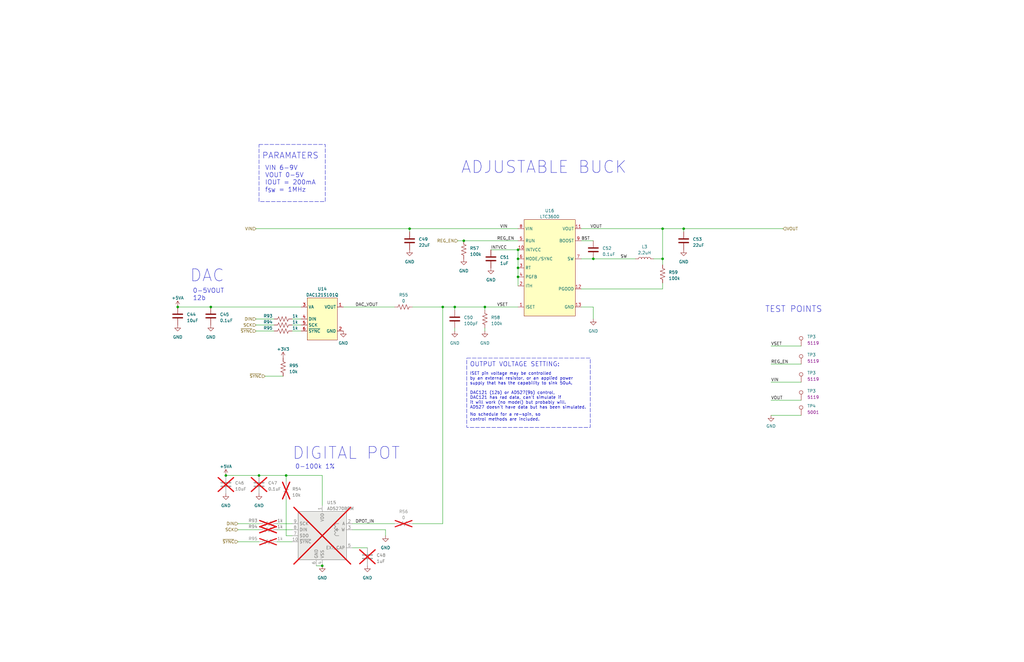
<source format=kicad_sch>
(kicad_sch (version 20230121) (generator eeschema)
  (paper "B")
  (lib_symbols
    (symbol "Connector:TestPoint" (pin_numbers hide) (pin_names (offset 0.762) hide)
      (property "Reference" "TP" (at 0 6.858 0))
      (property "Value" "TestPoint" (at 0 5.08 0))
      (symbol "TestPoint_0_1"
        (circle (center 0 3.302) (radius 0.762))
      )
      (symbol "TestPoint_1_1"
        (pin passive line (at 0 0 90) (length 2.54) (name "1") (number "1"))
      )
    )
    (symbol "Device:C" (pin_numbers hide) (pin_names (offset 0.254))
      (property "Reference" "C" (at 0.635 2.54 0))
      (property "Value" "C" (at 0.635 -2.54 0))
      (symbol "C_0_1"
        (polyline (pts (xy -2.032 -0.762) (xy 2.032 -0.762)) (stroke (width 0.508)))
        (polyline (pts (xy -2.032 0.762) (xy 2.032 0.762)) (stroke (width 0.508)))
      )
      (symbol "C_1_1"
        (pin passive line (at 0 3.81 270) (length 2.794) (name "~") (number "1"))
        (pin passive line (at 0 -3.81 90) (length 2.794) (name "~") (number "2"))
      )
    )
    (symbol "Device:L" (pin_numbers hide) (pin_names (offset 1.016) hide)
      (property "Reference" "L" (at -1.27 0 90))
      (property "Value" "L" (at 1.905 0 90))
      (symbol "L_0_1"
        (arc (start 0 -2.54) (mid 0.6323 -1.905) (end 0 -1.27))
        (arc (start 0 -1.27) (mid 0.6323 -0.635) (end 0 0))
        (arc (start 0 0) (mid 0.6323 0.635) (end 0 1.27))
        (arc (start 0 1.27) (mid 0.6323 1.905) (end 0 2.54))
      )
      (symbol "L_1_1"
        (pin passive line (at 0 3.81 270) (length 1.27) (name "1") (number "1"))
        (pin passive line (at 0 -3.81 90) (length 1.27) (name "2") (number "2"))
      )
    )
    (symbol "Device:R_US" (pin_numbers hide) (pin_names (offset 0))
      (property "Reference" "R" (at 2.54 0 90))
      (property "Value" "R_US" (at -2.54 0 90))
      (symbol "R_US_0_1"
        (polyline (pts (xy 0 -2.286) (xy 0 -2.54)))
        (polyline (pts (xy 0 2.286) (xy 0 2.54)))
        (polyline (pts (xy 0 -0.762) (xy 1.016 -1.143) (xy 0 -1.524) (xy -1.016 -1.905) (xy 0 -2.286)))
        (polyline (pts (xy 0 0.762) (xy 1.016 0.381) (xy 0 0) (xy -1.016 -0.381) (xy 0 -0.762)))
        (polyline (pts (xy 0 2.286) (xy 1.016 1.905) (xy 0 1.524) (xy -1.016 1.143) (xy 0 0.762)))
      )
      (symbol "R_US_1_1"
        (pin passive line (at 0 3.81 270) (length 1.27) (name "~") (number "1"))
        (pin passive line (at 0 -3.81 90) (length 1.27) (name "~") (number "2"))
      )
    )
    (symbol "SierraLobo:+3V3D" (power) (pin_names (offset 0))
      (property "Value" "+3V3D" (at 0 3.556 0))
      (symbol "+3V3D_0_1"
        (polyline (pts (xy -0.762 1.27) (xy 0 2.54)))
        (polyline (pts (xy 0 0) (xy 0 2.54)))
        (polyline (pts (xy 0 2.54) (xy 0.762 1.27)))
      )
      (symbol "+3V3D_1_1"
        (pin power_in line (at 0 0 90) (length 0) hide (name "+3V3") (number "1"))
      )
    )
    (symbol "SierraLobo:AD5270BRM"
      (property "Reference" "U" (at -10.16 11.43 0))
      (property "Value" "AD5270BRM" (at 2.54 11.43 0))
      (symbol "AD5270BRM_0_1"
        (rectangle (start -10.16 10.16) (end 10.16 -10.16) (stroke (width 0.254)) (fill (type background)))
        (polyline (pts (xy 6.985 2.54) (xy 6.35 2.54) (xy 5.715 2.54) (xy 6.35 3.175) (xy 6.35 1.905) (xy 5.715 2.54)) (stroke (width 0.254)) (fill (type outline)))
        (polyline (pts (xy 6.985 5.08) (xy 5.715 5.08) (xy 5.08 4.445) (xy 5.715 3.81) (xy 5.08 3.175) (xy 5.715 2.54) (xy 5.08 1.905) (xy 5.715 1.27) (xy 5.08 0.635) (xy 5.715 0) (xy 6.985 0)) (stroke (width 0.254)))
      )
      (symbol "AD5270BRM_1_1"
        (pin power_in line (at 0 12.7 270) (length 2.54) (name "VDD") (number "1"))
        (pin passive line (at -12.7 -2.54 0) (length 2.54) (name "~{SYNC}") (number "10"))
        (pin passive line (at 12.7 5.08 180) (length 2.54) (name "A") (number "2"))
        (pin passive line (at 12.7 2.54 180) (length 2.54) (name "W") (number "3"))
        (pin power_in line (at 0 -12.7 90) (length 2.54) (name "VSS") (number "4"))
        (pin passive line (at 12.7 -5.08 180) (length 2.54) (name "EXT_CAP") (number "5"))
        (pin power_in line (at -2.54 -12.7 90) (length 2.54) (name "GND") (number "6"))
        (pin input line (at -12.7 0 0) (length 2.54) (name "SDO") (number "7"))
        (pin bidirectional line (at -12.7 2.54 0) (length 2.54) (name "DIN") (number "8"))
        (pin input line (at -12.7 5.08 0) (length 2.54) (name "SCK") (number "9"))
      )
    )
    (symbol "SierraLobo:DAC121S101Q"
      (property "Reference" "U" (at 0 3.81 0))
      (property "Value" "DAC121S101Q" (at 0 1.27 0))
      (symbol "DAC121S101Q_0_0"
        (pin output line (at 8.89 -3.81 180) (length 2.54) (name "VOUT") (number "1"))
        (pin output line (at 8.89 -13.97 180) (length 2.54) (name "GND") (number "2"))
        (pin output line (at -8.89 -3.81 0) (length 2.54) (name "VA") (number "3"))
        (pin output line (at -8.89 -8.89 0) (length 2.54) (name "DIN") (number "4"))
        (pin output line (at -8.89 -11.43 0) (length 2.54) (name "SCK") (number "5"))
        (pin output line (at -8.89 -13.97 0) (length 2.54) (name "~{SYNC}") (number "6"))
      )
      (symbol "DAC121S101Q_0_1"
        (rectangle (start 6.35 -17.78) (end 6.35 -17.78))
      )
      (symbol "DAC121S101Q_1_1"
        (rectangle (start -6.35 0) (end 6.35 -17.78) (fill (type background)))
      )
    )
    (symbol "SierraLobo:LTC3600EMSE"
      (property "Reference" "U" (at 0 6.35 0))
      (property "Value" "LTC3600" (at 0 5.08 0))
      (property "Description" "IC REG BUCK PROG 1.5A 12MSOP" (at 0 5.08 0))
      (symbol "LTC3600EMSE_0_0"
        (pin unspecified line (at -13.97 -36.83 0) (length 2.54) (name "ISET") (number "1"))
        (pin unspecified line (at -13.97 -12.7 0) (length 2.54) (name "INTVCC") (number "10"))
        (pin unspecified line (at 12.7 -3.81 180) (length 2.54) (name "VOUT") (number "11"))
        (pin unspecified line (at 12.7 -29.21 180) (length 2.54) (name "PGOOD") (number "12"))
        (pin unspecified line (at 12.7 -36.83 180) (length 2.54) (name "GND") (number "13"))
        (pin unspecified line (at -13.97 -27.94 0) (length 2.54) (name "ITH") (number "2"))
        (pin unspecified line (at -13.97 -20.32 0) (length 2.54) (name "RT") (number "3"))
        (pin unspecified line (at -13.97 -24.13 0) (length 2.54) (name "PGFB") (number "4"))
        (pin unspecified line (at -13.97 -8.89 0) (length 2.54) (name "RUN") (number "5"))
        (pin unspecified line (at -13.97 -16.51 0) (length 2.54) (name "MODE/SYNC") (number "6"))
        (pin unspecified line (at 12.7 -16.51 180) (length 2.54) (name "SW") (number "7"))
        (pin unspecified line (at -13.97 -3.81 0) (length 2.54) (name "VIN") (number "8"))
        (pin unspecified line (at 12.7 -8.89 180) (length 2.54) (name "BOOST") (number "9"))
      )
      (symbol "LTC3600EMSE_1_1"
        (rectangle (start -11.43 0) (end 10.16 -40.64) (fill (type background)))
      )
    )
    (symbol "power:+5VA" (power) (pin_names (offset 0))
      (property "Value" "+5VA" (at 0 3.556 0))
      (symbol "+5VA_0_1"
        (polyline (pts (xy -0.762 1.27) (xy 0 2.54)))
        (polyline (pts (xy 0 0) (xy 0 2.54)))
        (polyline (pts (xy 0 2.54) (xy 0.762 1.27)))
      )
      (symbol "+5VA_1_1"
        (pin power_in line (at 0 0 90) (length 0) hide (name "+5VA") (number "1"))
      )
    )
    (symbol "power:GND" (power) (pin_names (offset 0))
      (property "Value" "GND" (at 0 -3.81 0))
      (symbol "GND_0_1"
        (polyline (pts (xy 0 0) (xy 0 -1.27) (xy 1.27 -1.27) (xy 0 -2.54) (xy -1.27 -1.27) (xy 0 -1.27)))
      )
      (symbol "GND_1_1"
        (pin power_in line (at 0 0 270) (length 0) hide (name "GND") (number "1"))
      )
    )
  )
  (junction (at 186.69 129.54))
  (junction (at 195.58 101.6))
  (junction (at 250.19 109.22))
  (junction (at 135.89 238.76))
  (junction (at 95.25 200.66))
  (junction (at 109.22 200.66))
  (junction (at 88.9 129.54))
  (junction (at 218.44 113.03))
  (junction (at 279.4 109.22))
  (junction (at 191.77 129.54))
  (junction (at 218.44 105.41))
  (junction (at 204.47 129.54))
  (junction (at 218.44 116.84))
  (junction (at 120.65 200.66))
  (junction (at 288.29 96.52))
  (junction (at 172.72 96.52))
  (junction (at 218.44 109.22))
  (junction (at 279.4 96.52))
  (junction (at 74.93 129.54))
  (wire (pts (xy 88.9 129.54) (xy 127 129.54)))
  (wire (pts (xy 275.59 109.22) (xy 279.4 109.22)))
  (wire (pts (xy 207.01 105.41) (xy 218.44 105.41)))
  (wire (pts (xy 107.95 134.62) (xy 115.57 134.62)))
  (wire (pts (xy 116.84 220.98) (xy 123.19 220.98)))
  (wire (pts (xy 148.59 231.14) (xy 154.94 231.14)))
  (wire (pts (xy 120.65 210.82) (xy 120.65 226.06)))
  (wire (pts (xy 116.84 223.52) (xy 123.19 223.52)))
  (wire (pts (xy 279.4 109.22) (xy 279.4 111.76)))
  (wire (pts (xy 95.25 200.66) (xy 109.22 200.66)))
  (wire (pts (xy 172.72 96.52) (xy 218.44 96.52)))
  (wire (pts (xy 116.84 228.6) (xy 123.19 228.6)))
  (wire (pts (xy 123.19 137.16) (xy 127 137.16)))
  (wire (pts (xy 100.33 228.6) (xy 109.22 228.6)))
  (wire (pts (xy 218.44 109.22) (xy 218.44 105.41)))
  (wire (pts (xy 107.95 139.7) (xy 115.57 139.7)))
  (wire (pts (xy 250.19 109.22) (xy 245.11 109.22)))
  (wire (pts (xy 195.58 101.6) (xy 218.44 101.6)))
  (wire (pts (xy 123.19 134.62) (xy 127 134.62)))
  (wire (pts (xy 111.76 158.75) (xy 119.38 158.75)))
  (wire (pts (xy 245.11 129.54) (xy 250.19 129.54)))
  (wire (pts (xy 191.77 129.54) (xy 191.77 130.81)))
  (wire (pts (xy 325.12 146.05) (xy 337.82 146.05)))
  (wire (pts (xy 218.44 113.03) (xy 218.44 109.22)))
  (wire (pts (xy 148.59 220.98) (xy 166.37 220.98)))
  (wire (pts (xy 186.69 129.54) (xy 186.69 220.98)))
  (wire (pts (xy 148.59 223.52) (xy 162.56 223.52)))
  (wire (pts (xy 325.12 175.26) (xy 337.82 175.26)))
  (wire (pts (xy 250.19 109.22) (xy 267.97 109.22)))
  (wire (pts (xy 107.95 137.16) (xy 115.57 137.16)))
  (wire (pts (xy 218.44 116.84) (xy 218.44 113.03)))
  (wire (pts (xy 173.99 129.54) (xy 186.69 129.54)))
  (wire (pts (xy 218.44 129.54) (xy 204.47 129.54)))
  (wire (pts (xy 288.29 96.52) (xy 330.2 96.52)))
  (wire (pts (xy 245.11 101.6) (xy 250.19 101.6)))
  (wire (pts (xy 279.4 109.22) (xy 279.4 96.52)))
  (wire (pts (xy 325.12 153.67) (xy 337.82 153.67)))
  (wire (pts (xy 172.72 96.52) (xy 172.72 97.79)))
  (wire (pts (xy 279.4 119.38) (xy 279.4 121.92)))
  (wire (pts (xy 204.47 138.43) (xy 204.47 139.7)))
  (wire (pts (xy 191.77 138.43) (xy 191.77 139.7)))
  (wire (pts (xy 325.12 168.91) (xy 337.82 168.91)))
  (wire (pts (xy 173.99 220.98) (xy 186.69 220.98)))
  (wire (pts (xy 100.33 223.52) (xy 109.22 223.52)))
  (wire (pts (xy 186.69 129.54) (xy 191.77 129.54)))
  (wire (pts (xy 120.65 200.66) (xy 135.89 200.66)))
  (wire (pts (xy 279.4 96.52) (xy 288.29 96.52)))
  (wire (pts (xy 191.77 129.54) (xy 204.47 129.54)))
  (wire (pts (xy 279.4 121.92) (xy 245.11 121.92)))
  (wire (pts (xy 123.19 139.7) (xy 127 139.7)))
  (wire (pts (xy 204.47 129.54) (xy 204.47 130.81)))
  (wire (pts (xy 288.29 96.52) (xy 288.29 97.79)))
  (wire (pts (xy 144.78 129.54) (xy 166.37 129.54)))
  (wire (pts (xy 135.89 213.36) (xy 135.89 200.66)))
  (wire (pts (xy 120.65 226.06) (xy 123.19 226.06)))
  (wire (pts (xy 107.95 96.52) (xy 172.72 96.52)))
  (wire (pts (xy 245.11 96.52) (xy 279.4 96.52)))
  (wire (pts (xy 162.56 223.52) (xy 162.56 226.06)))
  (wire (pts (xy 100.33 220.98) (xy 109.22 220.98)))
  (wire (pts (xy 120.65 200.66) (xy 120.65 203.2)))
  (wire (pts (xy 133.35 238.76) (xy 135.89 238.76)))
  (wire (pts (xy 325.12 161.29) (xy 337.82 161.29)))
  (wire (pts (xy 218.44 120.65) (xy 218.44 116.84)))
  (wire (pts (xy 109.22 200.66) (xy 120.65 200.66)))
  (wire (pts (xy 74.93 129.54) (xy 88.9 129.54)))
  (wire (pts (xy 250.19 129.54) (xy 250.19 134.62)))
  (wire (pts (xy 193.04 101.6) (xy 195.58 101.6)))
  (rectangle (start 196.85 151.13) (end 248.92 180.34) (stroke (width 0) (type dash)))
  (rectangle (start 109.22 60.96) (end 137.16 85.09) (stroke (width 0) (type dash)))
  (text "DAC" (at 80.01 119.38 0) (effects (font (size 5.08 5.08)) (justify left bottom)))
  (text "VIN 6-9V\nVOUT 0-5V\nIOUT = 200mA\nf_{SW} = 1MHz" (at 111.76 81.28 0) (effects (font (size 1.905 1.905)) (justify left bottom)))
  (text "0-100k 1%" (at 124.46 198.12 0) (effects (font (size 1.905 1.905)) (justify left bottom)))
  (text "PARAMATERS" (at 110.49 67.31 0) (effects (font (size 2.54 2.54)) (justify left bottom)))
  (text "DIGITAL POT" (at 123.19 194.31 0) (effects (font (size 5.08 5.08)) (justify left bottom)))
  (text "OUTPUT VOLTAGE SETTING:" (at 198.12 154.94 0) (effects (font (size 1.905 1.905)) (justify left bottom)))
  (text "0-5VOUT\n12b" (at 81.28 127 0) (effects (font (size 1.905 1.905)) (justify left bottom)))
  (text "ISET pin voltage may be controlled \nby an external resistor, or an applied power\nsupply that has the capability to sink 50uA." (at 198.12 162.56 0) (effects (font (size 1.27 1.27)) (justify left bottom)))
  (text "TEST POINTS" (at 322.58 132.08 0) (effects (font (size 2.54 2.54)) (justify left bottom)))
  (text "DAC121 (12b) or AD527(9b) control,\nDAC121 has rad data, can't simulate if \nit will work (no model) but probably will.\nAD527 doesn't have data but has been simulated." (at 198.12 172.72 0) (effects (font (size 1.27 1.27)) (justify left bottom)))
  (text "ADJUSTABLE BUCK" (at 194.31 73.66 0) (effects (font (size 5.08 5.08)) (justify left bottom)))
  (text "No schedule for a re-spin, so \ncontrol methods are included." (at 198.12 177.8 0) (effects (font (size 1.27 1.27)) (justify left bottom)))
  (label "DAC_VOUT" (at 149.86 129.54 0))
  (label "DPOT_IN" (at 149.86 220.98 0))
  (label "VOUT" (at 248.92 96.52 0))
  (label "REG_EN" (at 325.12 153.67 0))
  (label "VIN" (at 325.12 161.29 0))
  (label "VOUT" (at 325.12 168.91 0))
  (label "VSET" (at 325.12 146.05 0))
  (label "REG_EN" (at 209.55 101.6 0))
  (label "SW" (at 261.62 109.22 0))
  (label "INTVCC" (at 207.01 105.41 0))
  (label "VIN" (at 210.82 96.52 0))
  (label "BST" (at 245.11 101.6 0))
  (label "VSET" (at 209.55 129.54 0))
  (hierarchical_label "SCK" (shape input) (at 107.95 137.16 180))
  (hierarchical_label "~{SYNC}" (shape input) (at 111.76 158.75 180))
  (hierarchical_label "~{SYNC}" (shape input) (at 107.95 139.7 180))
  (hierarchical_label "SCK" (shape input) (at 100.33 223.52 180))
  (hierarchical_label "VOUT" (shape input) (at 330.2 96.52 0))
  (hierarchical_label "DIN" (shape input) (at 107.95 134.62 180))
  (hierarchical_label "REG_EN" (shape input) (at 193.04 101.6 180))
  (hierarchical_label "~{SYNC}" (shape input) (at 100.33 228.6 180))
  (hierarchical_label "DIN" (shape input) (at 100.33 220.98 180))
  (hierarchical_label "VIN" (shape input) (at 107.95 96.52 180))
  (symbol (lib_id "Device:R_US") (at 113.03 220.98 90) (unit 1) (dnp yes)
    (property "Reference" "R93" (at 106.68 219.71 90))
    (property "Value" "1k" (at 118.11 219.71 90))
    (property "Footprint" "Resistor_SMD:R_0603_1608Metric" (effects hide))
    (instances (project "magnetotorqer-drive-board" (path "" (reference "R93") (unit 1)) (path "" (reference "R47") (unit 1)) (path "" (reference "R33") (unit 1)) (path "" (reference "R89") (unit 1))) (project "payload-interface-board" (path "" (reference "R11") (unit 1)) (path "" (reference "R142") (unit 1))))
  )
  (symbol (lib_id "Device:C") (at 172.72 101.6 0) (unit 1)
    (property "Reference" "C49" (at 176.53 100.965 0) (effects (justify left)))
    (property "Value" "22uF" (at 176.53 103.505 0) (effects (justify left)))
    (property "Footprint" "Capacitor_SMD:C_1206_3216Metric" (effects hide))
    (instances (project "magnetotorqer-drive-board" (path "" (reference "C49") (unit 1)) (path "" (reference "C39") (unit 1)) (path "" (reference "C80") (unit 1))))
  )
  (symbol (lib_id "Device:R_US") (at 170.18 129.54 90) (unit 1)
    (property "Reference" "R55" (at 170.18 124.46 90))
    (property "Value" "0" (at 170.18 127 90))
    (property "Footprint" "Resistor_SMD:R_0603_1608Metric" (effects hide))
    (instances (project "magnetotorqer-drive-board" (path "" (reference "R55") (unit 1)) (path "" (reference "R41") (unit 1)) (path "" (reference "R97") (unit 1))))
  )
  (symbol (lib_id "power:+5VA") (at 74.93 129.54 0) (unit 1)
    (property "Reference" "#PWR0104" (effects hide))
    (property "Value" "+5VA" (at 74.93 125.73 0))
    (instances (project "magnetotorqer-drive-board" (path "" (reference "#PWR0104") (unit 1)) (path "" (reference "#PWR084") (unit 1)) (path "" (reference "#PWR0172") (unit 1))))
  )
  (symbol (lib_id "power:GND") (at 204.47 139.7 0) (unit 1)
    (property "Reference" "#PWR0118" (effects hide))
    (property "Value" "GND" (at 204.47 144.78 0))
    (instances (project "magnetotorqer-drive-board" (path "" (reference "#PWR0118") (unit 1)) (path "" (reference "#PWR098") (unit 1)) (path "" (reference "#PWR0186") (unit 1))))
  )
  (symbol (lib_id "Device:C") (at 191.77 134.62 0) (unit 1)
    (property "Reference" "C50" (at 195.58 133.985 0) (effects (justify left)))
    (property "Value" "100pF" (at 195.58 136.525 0) (effects (justify left)))
    (property "Footprint" "Capacitor_SMD:C_0603_1608Metric" (effects hide))
    (instances (project "magnetotorqer-drive-board" (path "" (reference "C50") (unit 1)) (path "" (reference "C40") (unit 1)) (path "" (reference "C81") (unit 1))))
  )
  (symbol (lib_id "Device:C") (at 154.94 234.95 0) (unit 1) (dnp yes)
    (property "Reference" "C48" (at 158.75 234.315 0) (effects (justify left)))
    (property "Value" "1uF" (at 158.75 236.855 0) (effects (justify left)))
    (property "Footprint" "Capacitor_SMD:C_0805_2012Metric" (effects hide))
    (instances (project "magnetotorqer-drive-board" (path "" (reference "C48") (unit 1)) (path "" (reference "C38") (unit 1)) (path "" (reference "C79") (unit 1))))
  )
  (symbol (lib_id "Device:R_US") (at 195.58 105.41 0) (unit 1)
    (property "Reference" "R57" (at 198.12 104.775 0) (effects (justify left)))
    (property "Value" "100k" (at 198.12 107.315 0) (effects (justify left)))
    (property "Footprint" "Resistor_SMD:R_0603_1608Metric" (effects hide))
    (instances (project "magnetotorqer-drive-board" (path "" (reference "R57") (unit 1)) (path "" (reference "R43") (unit 1)) (path "" (reference "R99") (unit 1))))
  )
  (symbol (lib_id "Connector:TestPoint") (at 337.82 161.29 0) (unit 1)
    (property "Reference" "TP3" (at 340.36 157.353 0) (effects (justify left)))
    (property "Value" "${NET_NAME(1)}" (effects hide))
    (property "Footprint" "TestPoint:TestPoint_Keystone_5000-5004_Miniature" (effects hide))
    (property "Datasheet" "https://www.keyelco.com/userAssets/file/M65p56.pdf" (effects hide))
    (property "Manufacturer" "Keystone" (effects hide))
    (property "Mfr. Part No" "5119" (at 342.9 160.02 0))
    (property "Description" "PC TEST POINT MINIATURE PURPLE" (effects hide))
    (instances (project "magnetotorqer-drive-board" (path "" (reference "TP3") (unit 1)) (path "" (reference "TP20") (unit 1)) (path "" (reference "TP11") (unit 1)) (path "" (reference "TP31") (unit 1))))
  )
  (symbol (lib_id "Device:C") (at 207.01 109.22 0) (unit 1)
    (property "Reference" "C51" (at 210.82 108.585 0) (effects (justify left)))
    (property "Value" "1uF" (at 210.82 111.125 0) (effects (justify left)))
    (property "Footprint" "Capacitor_SMD:C_0805_2012Metric" (effects hide))
    (instances (project "magnetotorqer-drive-board" (path "" (reference "C51") (unit 1)) (path "" (reference "C41") (unit 1)) (path "" (reference "C82") (unit 1))))
  )
  (symbol (lib_id "power:GND") (at 191.77 139.7 0) (unit 1)
    (property "Reference" "#PWR0116" (effects hide))
    (property "Value" "GND" (at 191.77 144.78 0))
    (instances (project "magnetotorqer-drive-board" (path "" (reference "#PWR0116") (unit 1)) (path "" (reference "#PWR096") (unit 1)) (path "" (reference "#PWR0184") (unit 1))))
  )
  (symbol (lib_id "Device:C") (at 88.9 133.35 0) (unit 1)
    (property "Reference" "C45" (at 92.71 132.715 0) (effects (justify left)))
    (property "Value" "0.1uF" (at 92.71 135.255 0) (effects (justify left)))
    (property "Footprint" "Capacitor_SMD:C_0603_1608Metric" (effects hide))
    (instances (project "magnetotorqer-drive-board" (path "" (reference "C45") (unit 1)) (path "" (reference "C35") (unit 1)) (path "" (reference "C76") (unit 1))))
  )
  (symbol (lib_id "power:GND") (at 88.9 137.16 0) (unit 1)
    (property "Reference" "#PWR0106" (effects hide))
    (property "Value" "GND" (at 88.9 142.24 0))
    (instances (project "magnetotorqer-drive-board" (path "" (reference "#PWR0106") (unit 1)) (path "" (reference "#PWR086") (unit 1)) (path "" (reference "#PWR0174") (unit 1))))
  )
  (symbol (lib_id "SierraLobo:DAC121S101Q") (at 135.89 125.73 0) (unit 1)
    (property "Reference" "U14" (at 135.89 121.92 0))
    (property "Value" "DAC121S101Q" (at 135.89 124.46 0))
    (property "Footprint" "Package_TO_SOT_SMD:TSOT-23-6" (effects hide))
    (property "Datasheet" "https://www.ti.com/lit/ds/symlink/dac121s101.pdf?HQS=dis-dk-null-digikeymode-dsf-pf-null-wwe&ts=1686947453484&ref_url=https%253A%252F%252Fwww.ti.com%252Fgeneral%252Fdocs%252Fsuppproductinfo.tsp%253FdistId%253D10%2526gotoUrl%253Dhttps%253A%252F%252Fwww.ti.com%252Flit%252Fgpn%252Fdac121s101" (effects hide))
    (property "Manufacturer" "Texas Instruments" (effects hide))
    (property "Mfr. Part No" "DAC121S101QCMK/NOPB" (effects hide))
    (instances (project "magnetotorqer-drive-board" (path "" (reference "U14") (unit 1)) (path "" (reference "U11") (unit 1)) (path "" (reference "U25") (unit 1))))
  )
  (symbol (lib_id "Device:R_US") (at 170.18 220.98 90) (unit 1) (dnp yes)
    (property "Reference" "R56" (at 170.18 215.9 90))
    (property "Value" "0" (at 170.18 218.44 90))
    (property "Footprint" "Resistor_SMD:R_0603_1608Metric" (effects hide))
    (instances (project "magnetotorqer-drive-board" (path "" (reference "R56") (unit 1)) (path "" (reference "R42") (unit 1)) (path "" (reference "R98") (unit 1))))
  )
  (symbol (lib_id "Connector:TestPoint") (at 337.82 153.67 0) (unit 1)
    (property "Reference" "TP3" (at 340.36 149.733 0) (effects (justify left)))
    (property "Value" "${NET_NAME(1)}" (effects hide))
    (property "Footprint" "TestPoint:TestPoint_Keystone_5000-5004_Miniature" (effects hide))
    (property "Datasheet" "https://www.keyelco.com/userAssets/file/M65p56.pdf" (effects hide))
    (property "Manufacturer" "Keystone" (effects hide))
    (property "Mfr. Part No" "5119" (at 342.9 152.4 0))
    (property "Description" "PC TEST POINT MINIATURE PURPLE" (effects hide))
    (instances (project "magnetotorqer-drive-board" (path "" (reference "TP3") (unit 1)) (path "" (reference "TP19") (unit 1)) (path "" (reference "TP10") (unit 1)) (path "" (reference "TP30") (unit 1))))
  )
  (symbol (lib_id "power:GND") (at 74.93 137.16 0) (unit 1)
    (property "Reference" "#PWR0105" (effects hide))
    (property "Value" "GND" (at 74.93 142.24 0))
    (instances (project "magnetotorqer-drive-board" (path "" (reference "#PWR0105") (unit 1)) (path "" (reference "#PWR085") (unit 1)) (path "" (reference "#PWR0173") (unit 1))))
  )
  (symbol (lib_id "power:GND") (at 95.25 208.28 0) (unit 1)
    (property "Reference" "#PWR0108" (effects hide))
    (property "Value" "GND" (at 95.25 213.36 0))
    (instances (project "magnetotorqer-drive-board" (path "" (reference "#PWR0108") (unit 1)) (path "" (reference "#PWR088") (unit 1)) (path "" (reference "#PWR0176") (unit 1))))
  )
  (symbol (lib_id "Device:C") (at 74.93 133.35 0) (unit 1)
    (property "Reference" "C44" (at 78.74 132.715 0) (effects (justify left)))
    (property "Value" "10uF" (at 78.74 135.255 0) (effects (justify left)))
    (property "Footprint" "Capacitor_SMD:C_0805_2012Metric" (effects hide))
    (instances (project "magnetotorqer-drive-board" (path "" (reference "C44") (unit 1)) (path "" (reference "C34") (unit 1)) (path "" (reference "C75") (unit 1))))
  )
  (symbol (lib_id "power:GND") (at 162.56 226.06 0) (unit 1)
    (property "Reference" "#PWR0114" (effects hide))
    (property "Value" "GND" (at 162.56 231.14 0))
    (instances (project "magnetotorqer-drive-board" (path "" (reference "#PWR0114") (unit 1)) (path "" (reference "#PWR094") (unit 1)) (path "" (reference "#PWR0182") (unit 1))))
  )
  (symbol (lib_id "SierraLobo:+3V3D") (at 119.38 151.13 0) (unit 1)
    (property "Reference" "#PWR0123" (effects hide))
    (property "Value" "+3V3D" (at 119.38 147.32 0))
    (instances (project "magnetotorqer-drive-board" (path "" (reference "#PWR0123") (unit 1)) (path "" (reference "#PWR041") (unit 1)) (path "" (reference "#PWR0127") (unit 1)) (path "" (reference "#PWR090") (unit 1)) (path "" (reference "#PWR0110") (unit 1)) (path "" (reference "#PWR0178") (unit 1))))
  )
  (symbol (lib_id "Device:R_US") (at 120.65 207.01 0) (unit 1) (dnp yes)
    (property "Reference" "R54" (at 123.19 206.375 0) (effects (justify left)))
    (property "Value" "10k" (at 123.19 208.915 0) (effects (justify left)))
    (property "Footprint" "Resistor_SMD:R_0603_1608Metric" (effects hide))
    (instances (project "magnetotorqer-drive-board" (path "" (reference "R54") (unit 1)) (path "" (reference "R40") (unit 1)) (path "" (reference "R96") (unit 1))))
  )
  (symbol (lib_id "Device:C") (at 250.19 105.41 0) (unit 1)
    (property "Reference" "C52" (at 254 104.775 0) (effects (justify left)))
    (property "Value" "0.1uF" (at 254 107.315 0) (effects (justify left)))
    (property "Footprint" "Capacitor_SMD:C_0603_1608Metric" (effects hide))
    (instances (project "magnetotorqer-drive-board" (path "" (reference "C52") (unit 1)) (path "" (reference "C42") (unit 1)) (path "" (reference "C83") (unit 1))))
  )
  (symbol (lib_id "Device:R_US") (at 113.03 228.6 90) (unit 1) (dnp yes)
    (property "Reference" "R95" (at 106.68 227.33 90))
    (property "Value" "1k" (at 118.11 227.33 90))
    (property "Footprint" "Resistor_SMD:R_0603_1608Metric" (effects hide))
    (instances (project "magnetotorqer-drive-board" (path "" (reference "R95") (unit 1)) (path "" (reference "R49") (unit 1)) (path "" (reference "R35") (unit 1)) (path "" (reference "R91") (unit 1))) (project "payload-interface-board" (path "" (reference "R11") (unit 1)) (path "" (reference "R144") (unit 1))))
  )
  (symbol (lib_id "SierraLobo:AD5270BRM") (at 135.89 226.06 0) (unit 1) (dnp yes)
    (property "Reference" "U15" (at 137.8459 212.09 0) (effects (justify left)))
    (property "Value" "AD5270BRM" (at 137.8459 214.63 0) (effects (justify left)))
    (property "Footprint" "Package_SO:MSOP-10_3x3mm_P0.5mm" (effects hide))
    (property "Datasheet" "https://www.analog.com/media/en/technical-documentation/data-sheets/AD5270_5271.pdf" (effects hide))
    (property "Manufacturer" "Analog Devices" (effects hide))
    (property "Mfr. Part No" "AD5270BRMZ-100" (effects hide))
    (property "Description" "IC DGT RHE 100KOHM 1024TP 10MSOP" (effects hide))
    (instances (project "magnetotorqer-drive-board" (path "" (reference "U15") (unit 1)) (path "" (reference "U12") (unit 1)) (path "" (reference "U26") (unit 1))))
  )
  (symbol (lib_id "Device:R_US") (at 119.38 134.62 90) (unit 1)
    (property "Reference" "R93" (at 113.03 133.35 90))
    (property "Value" "1k" (at 124.46 133.35 90))
    (property "Footprint" "Resistor_SMD:R_0603_1608Metric" (effects hide))
    (instances (project "magnetotorqer-drive-board" (path "" (reference "R93") (unit 1)) (path "" (reference "R50") (unit 1)) (path "" (reference "R36") (unit 1)) (path "" (reference "R92") (unit 1))) (project "payload-interface-board" (path "" (reference "R11") (unit 1)) (path "" (reference "R142") (unit 1))))
  )
  (symbol (lib_id "power:+5VA") (at 95.25 200.66 0) (unit 1)
    (property "Reference" "#PWR0107" (effects hide))
    (property "Value" "+5VA" (at 95.25 196.85 0))
    (instances (project "magnetotorqer-drive-board" (path "" (reference "#PWR0107") (unit 1)) (path "" (reference "#PWR087") (unit 1)) (path "" (reference "#PWR0175") (unit 1))))
  )
  (symbol (lib_id "power:GND") (at 144.78 139.7 0) (unit 1)
    (property "Reference" "#PWR0112" (effects hide))
    (property "Value" "GND" (at 144.78 144.78 0))
    (instances (project "magnetotorqer-drive-board" (path "" (reference "#PWR0112") (unit 1)) (path "" (reference "#PWR092") (unit 1)) (path "" (reference "#PWR0180") (unit 1))))
  )
  (symbol (lib_id "power:GND") (at 154.94 238.76 0) (unit 1)
    (property "Reference" "#PWR0113" (effects hide))
    (property "Value" "GND" (at 154.94 243.84 0))
    (instances (project "magnetotorqer-drive-board" (path "" (reference "#PWR0113") (unit 1)) (path "" (reference "#PWR093") (unit 1)) (path "" (reference "#PWR0181") (unit 1))))
  )
  (symbol (lib_id "Connector:TestPoint") (at 337.82 146.05 0) (unit 1)
    (property "Reference" "TP3" (at 340.36 142.113 0) (effects (justify left)))
    (property "Value" "${NET_NAME(1)}" (effects hide))
    (property "Footprint" "TestPoint:TestPoint_Keystone_5000-5004_Miniature" (effects hide))
    (property "Datasheet" "https://www.keyelco.com/userAssets/file/M65p56.pdf" (effects hide))
    (property "Manufacturer" "Keystone" (effects hide))
    (property "Mfr. Part No" "5119" (at 342.9 144.78 0))
    (property "Description" "PC TEST POINT MINIATURE PURPLE" (effects hide))
    (instances (project "magnetotorqer-drive-board" (path "" (reference "TP3") (unit 1)) (path "" (reference "TP18") (unit 1)) (path "" (reference "TP9") (unit 1)) (path "" (reference "TP29") (unit 1))))
  )
  (symbol (lib_id "Device:R_US") (at 204.47 134.62 0) (unit 1)
    (property "Reference" "R58" (at 207.01 133.985 0) (effects (justify left)))
    (property "Value" "100k" (at 207.01 136.525 0) (effects (justify left)))
    (property "Footprint" "Resistor_SMD:R_0603_1608Metric" (effects hide))
    (instances (project "magnetotorqer-drive-board" (path "" (reference "R58") (unit 1)) (path "" (reference "R44") (unit 1)) (path "" (reference "R100") (unit 1))))
  )
  (symbol (lib_id "power:GND") (at 195.58 109.22 0) (unit 1)
    (property "Reference" "#PWR0117" (effects hide))
    (property "Value" "GND" (at 195.58 114.3 0))
    (instances (project "magnetotorqer-drive-board" (path "" (reference "#PWR0117") (unit 1)) (path "" (reference "#PWR097") (unit 1)) (path "" (reference "#PWR0185") (unit 1))))
  )
  (symbol (lib_id "Connector:TestPoint") (at 337.82 175.26 0) (unit 1)
    (property "Reference" "TP4" (at 340.36 171.323 0) (effects (justify left)))
    (property "Value" "${NET_NAME(1)}" (effects hide))
    (property "Footprint" "TestPoint:TestPoint_Keystone_5000-5004_Miniature" (effects hide))
    (property "Datasheet" "https://www.keyelco.com/userAssets/file/M65p56.pdf" (effects hide))
    (property "Manufacturer" "Keystone" (effects hide))
    (property "Mfr. Part No" "5001" (at 342.9 173.99 0))
    (property "Description" "PC TEST POINT MINIATURE BLACK" (effects hide))
    (instances (project "magnetotorqer-drive-board" (path "" (reference "TP4") (unit 1)) (path "" (reference "TP22") (unit 1)) (path "" (reference "TP13") (unit 1)) (path "" (reference "TP33") (unit 1))))
  )
  (symbol (lib_id "Device:R_US") (at 279.4 115.57 0) (unit 1)
    (property "Reference" "R59" (at 281.94 114.935 0) (effects (justify left)))
    (property "Value" "100k" (at 281.94 117.475 0) (effects (justify left)))
    (property "Footprint" "Resistor_SMD:R_0603_1608Metric" (effects hide))
    (instances (project "magnetotorqer-drive-board" (path "" (reference "R59") (unit 1)) (path "" (reference "R45") (unit 1)) (path "" (reference "R101") (unit 1))))
  )
  (symbol (lib_id "Device:C") (at 288.29 101.6 0) (unit 1)
    (property "Reference" "C53" (at 292.1 100.965 0) (effects (justify left)))
    (property "Value" "22uF" (at 292.1 103.505 0) (effects (justify left)))
    (property "Footprint" "Capacitor_SMD:C_1206_3216Metric" (effects hide))
    (instances (project "magnetotorqer-drive-board" (path "" (reference "C53") (unit 1)) (path "" (reference "C43") (unit 1)) (path "" (reference "C84") (unit 1))))
  )
  (symbol (lib_id "Device:R_US") (at 119.38 154.94 180) (unit 1)
    (property "Reference" "R95" (at 121.92 154.305 0) (effects (justify right)))
    (property "Value" "10k" (at 121.92 156.845 0) (effects (justify right)))
    (property "Footprint" "Resistor_SMD:R_0603_1608Metric" (effects hide))
    (instances (project "magnetotorqer-drive-board" (path "" (reference "R95") (unit 1)) (path "" (reference "R53") (unit 1)) (path "" (reference "R39") (unit 1)) (path "" (reference "R95") (unit 1))) (project "payload-interface-board" (path "" (reference "R11") (unit 1)) (path "" (reference "R144") (unit 1))))
  )
  (symbol (lib_id "Connector:TestPoint") (at 337.82 168.91 0) (unit 1)
    (property "Reference" "TP3" (at 340.36 164.973 0) (effects (justify left)))
    (property "Value" "${NET_NAME(1)}" (effects hide))
    (property "Footprint" "TestPoint:TestPoint_Keystone_5000-5004_Miniature" (effects hide))
    (property "Datasheet" "https://www.keyelco.com/userAssets/file/M65p56.pdf" (effects hide))
    (property "Manufacturer" "Keystone" (effects hide))
    (property "Mfr. Part No" "5119" (at 342.9 167.64 0))
    (property "Description" "PC TEST POINT MINIATURE PURPLE" (effects hide))
    (instances (project "magnetotorqer-drive-board" (path "" (reference "TP3") (unit 1)) (path "" (reference "TP21") (unit 1)) (path "" (reference "TP12") (unit 1)) (path "" (reference "TP32") (unit 1))))
  )
  (symbol (lib_id "Device:R_US") (at 119.38 137.16 90) (unit 1)
    (property "Reference" "R94" (at 113.03 135.89 90))
    (property "Value" "1k" (at 124.46 135.89 90))
    (property "Footprint" "Resistor_SMD:R_0603_1608Metric" (effects hide))
    (instances (project "magnetotorqer-drive-board" (path "" (reference "R94") (unit 1)) (path "" (reference "R51") (unit 1)) (path "" (reference "R37") (unit 1)) (path "" (reference "R93") (unit 1))) (project "payload-interface-board" (path "" (reference "R11") (unit 1)) (path "" (reference "R143") (unit 1))))
  )
  (symbol (lib_id "Device:R_US") (at 119.38 139.7 90) (unit 1)
    (property "Reference" "R95" (at 113.03 138.43 90))
    (property "Value" "1k" (at 124.46 138.43 90))
    (property "Footprint" "Resistor_SMD:R_0603_1608Metric" (effects hide))
    (instances (project "magnetotorqer-drive-board" (path "" (reference "R95") (unit 1)) (path "" (reference "R52") (unit 1)) (path "" (reference "R38") (unit 1)) (path "" (reference "R94") (unit 1))) (project "payload-interface-board" (path "" (reference "R11") (unit 1)) (path "" (reference "R144") (unit 1))))
  )
  (symbol (lib_id "power:GND") (at 172.72 105.41 0) (unit 1)
    (property "Reference" "#PWR0115" (effects hide))
    (property "Value" "GND" (at 172.72 110.49 0))
    (instances (project "magnetotorqer-drive-board" (path "" (reference "#PWR0115") (unit 1)) (path "" (reference "#PWR095") (unit 1)) (path "" (reference "#PWR0183") (unit 1))))
  )
  (symbol (lib_id "SierraLobo:LTC3600EMSE") (at 232.41 92.71 0) (unit 1)
    (property "Reference" "U16" (at 231.775 88.9 0))
    (property "Value" "LTC3600" (at 231.775 91.44 0))
    (property "Footprint" "Package_SO:MSOP-12-1EP_3x4mm_P0.65mm_EP1.65x2.85mm" (effects hide))
    (property "Datasheet" "https://www.analog.com/media/en/technical-documentation/data-sheets/3600fd.pdf" (effects hide))
    (property "Manufacturer" "Analog Devices" (effects hide))
    (property "Mfr. Part No" "LTC3600EMSE#TRPBF" (effects hide))
    (property "Description" "IC REG BUCK PROG 1.5A 12MSOP" (effects hide))
    (instances (project "magnetotorqer-drive-board" (path "" (reference "U16") (unit 1)) (path "" (reference "U13") (unit 1)) (path "" (reference "U27") (unit 1))))
  )
  (symbol (lib_id "Device:L") (at 271.78 109.22 90) (unit 1)
    (property "Reference" "L3" (at 271.78 104.14 90))
    (property "Value" "2.2uH" (at 271.78 106.68 90))
    (property "Footprint" "Inductor_SMD:L_Vishay_IHLP-2020" (effects hide))
    (property "Datasheet" "https://www.vishay.com/docs/34563/ihlp-2020cz-8a.pdf" (effects hide))
    (property "Manufacturer" "Vishay Dale" (effects hide))
    (property "Mfr. Part No" "IHLP2020CZER2R2M8A" (effects hide))
    (property "Description" "FIXED IND 2.2UH 6.6A 26MOHM SMD" (effects hide))
    (instances (project "magnetotorqer-drive-board" (path "" (reference "L3") (unit 1)) (path "" (reference "L2") (unit 1)) (path "" (reference "L4") (unit 1))))
  )
  (symbol (lib_id "power:GND") (at 250.19 134.62 0) (unit 1)
    (property "Reference" "#PWR0120" (effects hide))
    (property "Value" "GND" (at 250.19 139.7 0))
    (instances (project "magnetotorqer-drive-board" (path "" (reference "#PWR0120") (unit 1)) (path "" (reference "#PWR0100") (unit 1)) (path "" (reference "#PWR0188") (unit 1))))
  )
  (symbol (lib_id "Device:C") (at 109.22 204.47 0) (unit 1) (dnp yes)
    (property "Reference" "C47" (at 113.03 203.835 0) (effects (justify left)))
    (property "Value" "0.1uF" (at 113.03 206.375 0) (effects (justify left)))
    (property "Footprint" "Capacitor_SMD:C_0603_1608Metric" (effects hide))
    (instances (project "magnetotorqer-drive-board" (path "" (reference "C47") (unit 1)) (path "" (reference "C37") (unit 1)) (path "" (reference "C78") (unit 1))))
  )
  (symbol (lib_id "power:GND") (at 135.89 238.76 0) (unit 1)
    (property "Reference" "#PWR0111" (effects hide))
    (property "Value" "GND" (at 135.89 243.84 0))
    (instances (project "magnetotorqer-drive-board" (path "" (reference "#PWR0111") (unit 1)) (path "" (reference "#PWR091") (unit 1)) (path "" (reference "#PWR0179") (unit 1))))
  )
  (symbol (lib_id "power:GND") (at 288.29 105.41 0) (unit 1)
    (property "Reference" "#PWR0121" (effects hide))
    (property "Value" "GND" (at 288.29 110.49 0))
    (instances (project "magnetotorqer-drive-board" (path "" (reference "#PWR0121") (unit 1)) (path "" (reference "#PWR0101") (unit 1)) (path "" (reference "#PWR0189") (unit 1))))
  )
  (symbol (lib_id "power:GND") (at 325.12 175.26 0) (unit 1)
    (property "Reference" "#PWR035" (effects hide))
    (property "Value" "GND" (at 325.12 179.8225 0))
    (instances (project "magnetotorqer-drive-board" (path "" (reference "#PWR035") (unit 1)) (path "" (reference "#PWR0104") (unit 1)) (path "" (reference "#PWR0122") (unit 1)) (path "" (reference "#PWR0102") (unit 1)) (path "" (reference "#PWR0190") (unit 1))) (project "payload-interface-board" (path "" (reference "#PWR053") (unit 1)) (path "" (reference "#PWR071") (unit 1)) (path "" (reference "#PWR063") (unit 1))))
  )
  (symbol (lib_id "Device:R_US") (at 113.03 223.52 90) (unit 1) (dnp yes)
    (property "Reference" "R94" (at 106.68 222.25 90))
    (property "Value" "1k" (at 118.11 222.25 90))
    (property "Footprint" "Resistor_SMD:R_0603_1608Metric" (effects hide))
    (instances (project "magnetotorqer-drive-board" (path "" (reference "R94") (unit 1)) (path "" (reference "R48") (unit 1)) (path "" (reference "R34") (unit 1)) (path "" (reference "R90") (unit 1))) (project "payload-interface-board" (path "" (reference "R11") (unit 1)) (path "" (reference "R143") (unit 1))))
  )
  (symbol (lib_id "Device:C") (at 95.25 204.47 0) (unit 1) (dnp yes)
    (property "Reference" "C46" (at 99.06 203.835 0) (effects (justify left)))
    (property "Value" "10uF" (at 99.06 206.375 0) (effects (justify left)))
    (property "Footprint" "Capacitor_SMD:C_0805_2012Metric" (effects hide))
    (instances (project "magnetotorqer-drive-board" (path "" (reference "C46") (unit 1)) (path "" (reference "C36") (unit 1)) (path "" (reference "C77") (unit 1))))
  )
  (symbol (lib_id "power:GND") (at 109.22 208.28 0) (unit 1)
    (property "Reference" "#PWR0109" (effects hide))
    (property "Value" "GND" (at 109.22 213.36 0))
    (instances (project "magnetotorqer-drive-board" (path "" (reference "#PWR0109") (unit 1)) (path "" (reference "#PWR089") (unit 1)) (path "" (reference "#PWR0177") (unit 1))))
  )
  (symbol (lib_id "power:GND") (at 207.01 113.03 0) (unit 1)
    (property "Reference" "#PWR0119" (effects hide))
    (property "Value" "GND" (at 207.01 118.11 0))
    (instances (project "magnetotorqer-drive-board" (path "" (reference "#PWR0119") (unit 1)) (path "" (reference "#PWR099") (unit 1)) (path "" (reference "#PWR0187") (unit 1))))
  )
)
</source>
